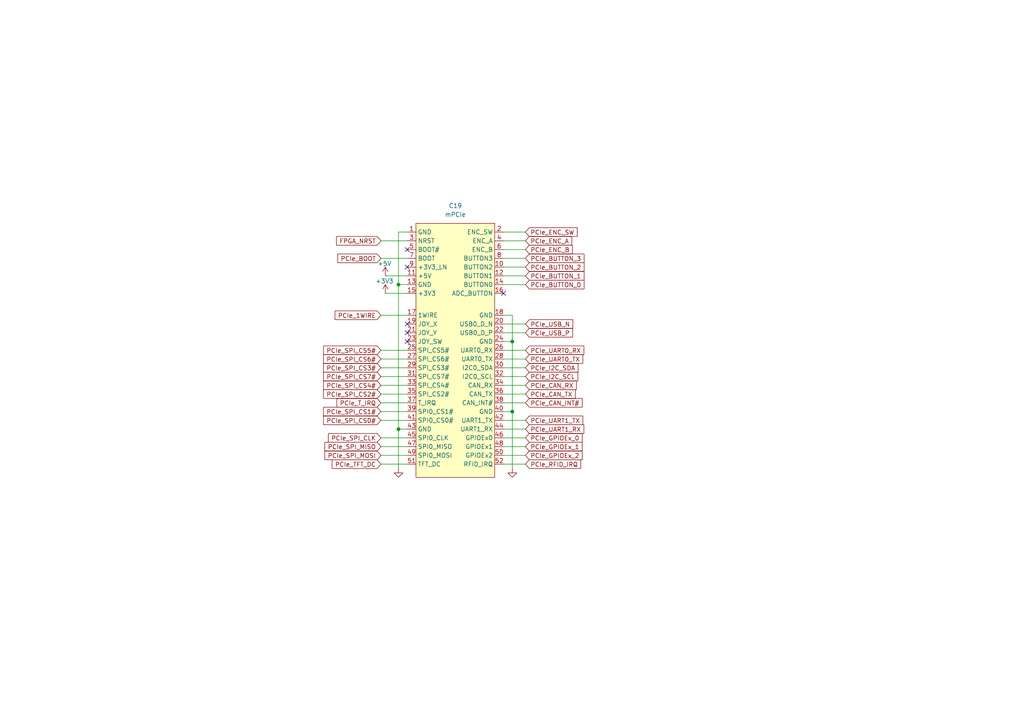
<source format=kicad_sch>
(kicad_sch (version 20231120) (generator "eeschema") (generator_version "8.0")
  (paper "A4")
  (lib_symbols
    (symbol "Connector:mPCIe"
      (property "Reference" "C?" (at 20.066 1.524 0))
      (property "Value" "mPCIe" (at 13.462 1.524 0))
      (symbol "mPCIe_0_1"
        (rectangle (start 0 0) (end 22.86 -73.66) (fill (type background)))
      )
      (symbol "mPCIe_1_1"
        (pin input line (at -2.54 -2.54 0) (length 2.54) (name "GND") (number "1"))
        (pin input line (at 25.4 -12.7 180) (length 2.54) (name "BUTTON2") (number "10"))
        (pin input line (at -2.54 -15.24 0) (length 2.54) (name "+5V") (number "11"))
        (pin input line (at 25.4 -15.24 180) (length 2.54) (name "BUTTON1") (number "12"))
        (pin input line (at -2.54 -17.78 0) (length 2.54) (name "GND") (number "13"))
        (pin input line (at 25.4 -17.78 180) (length 2.54) (name "BUTTON0") (number "14"))
        (pin input line (at -2.54 -20.32 0) (length 2.54) (name "+3V3") (number "15"))
        (pin input line (at 25.4 -20.32 180) (length 2.54) (name "ADC_BUTTON") (number "16"))
        (pin input line (at -2.54 -26.67 0) (length 2.54) (name "1WIRE") (number "17"))
        (pin input line (at 25.4 -26.67 180) (length 2.54) (name "GND") (number "18"))
        (pin input line (at -2.54 -29.21 0) (length 2.54) (name "JOY_X") (number "19"))
        (pin input line (at 25.4 -2.54 180) (length 2.54) (name "ENC_SW") (number "2"))
        (pin input line (at 25.4 -29.21 180) (length 2.54) (name "USB0_D_N") (number "20"))
        (pin input line (at -2.54 -31.75 0) (length 2.54) (name "JOY_Y") (number "21"))
        (pin input line (at 25.4 -31.75 180) (length 2.54) (name "USB0_D_P") (number "22"))
        (pin input line (at -2.54 -34.29 0) (length 2.54) (name "JOY_SW") (number "23"))
        (pin input line (at 25.4 -34.29 180) (length 2.54) (name "GND") (number "24"))
        (pin input line (at -2.54 -36.83 0) (length 2.54) (name "SPI_CS5#") (number "25"))
        (pin input line (at 25.4 -36.83 180) (length 2.54) (name "UART0_RX") (number "26"))
        (pin input line (at -2.54 -39.37 0) (length 2.54) (name "SPI_CS6#") (number "27"))
        (pin input line (at 25.4 -39.37 180) (length 2.54) (name "UART0_TX") (number "28"))
        (pin input line (at -2.54 -41.91 0) (length 2.54) (name "SPI_CS3#") (number "29"))
        (pin input line (at -2.54 -5.08 0) (length 2.54) (name "NRST") (number "3"))
        (pin input line (at 25.4 -41.91 180) (length 2.54) (name "I2C0_SDA") (number "30"))
        (pin input line (at -2.54 -44.45 0) (length 2.54) (name "SPI_CS7#") (number "31"))
        (pin input line (at 25.4 -44.45 180) (length 2.54) (name "I2C0_SCL") (number "32"))
        (pin input line (at -2.54 -46.99 0) (length 2.54) (name "SPI_CS4#") (number "33"))
        (pin input line (at 25.4 -46.99 180) (length 2.54) (name "CAN_RX") (number "34"))
        (pin input line (at -2.54 -49.53 0) (length 2.54) (name "SPI_CS2#") (number "35"))
        (pin input line (at 25.4 -49.53 180) (length 2.54) (name "CAN_TX") (number "36"))
        (pin input line (at -2.54 -52.07 0) (length 2.54) (name "T_IRQ") (number "37"))
        (pin input line (at 25.4 -52.07 180) (length 2.54) (name "CAN_INT#") (number "38"))
        (pin input line (at -2.54 -54.61 0) (length 2.54) (name "SPI0_CS1#") (number "39"))
        (pin input line (at 25.4 -5.08 180) (length 2.54) (name "ENC_A") (number "4"))
        (pin input line (at 25.4 -54.61 180) (length 2.54) (name "GND") (number "40"))
        (pin input line (at -2.54 -57.15 0) (length 2.54) (name "SPI0_CS0#") (number "41"))
        (pin input line (at 25.4 -57.15 180) (length 2.54) (name "UART1_TX") (number "42"))
        (pin input line (at -2.54 -59.69 0) (length 2.54) (name "GND") (number "43"))
        (pin input line (at 25.4 -59.69 180) (length 2.54) (name "UART1_RX") (number "44"))
        (pin input line (at -2.54 -62.23 0) (length 2.54) (name "SPI0_CLK") (number "45"))
        (pin input line (at 25.4 -62.23 180) (length 2.54) (name "GPIOEx0") (number "46"))
        (pin input line (at -2.54 -64.77 0) (length 2.54) (name "SPI0_MISO") (number "47"))
        (pin input line (at 25.4 -64.77 180) (length 2.54) (name "GPIOEx1") (number "48"))
        (pin input line (at -2.54 -67.31 0) (length 2.54) (name "SPI0_MOSI") (number "49"))
        (pin input line (at -2.54 -7.62 0) (length 2.54) (name "BOOT#") (number "5"))
        (pin input line (at 25.4 -67.31 180) (length 2.54) (name "GPIOEx2") (number "50"))
        (pin input line (at -2.54 -69.85 0) (length 2.54) (name "TFT_DC") (number "51"))
        (pin input line (at 25.4 -69.85 180) (length 2.54) (name "RFID_IRQ") (number "52"))
        (pin input line (at 25.4 -7.62 180) (length 2.54) (name "ENC_B") (number "6"))
        (pin input line (at -2.54 -10.16 0) (length 2.54) (name "BOOT") (number "7"))
        (pin input line (at 25.4 -10.16 180) (length 2.54) (name "BUTTON3") (number "8"))
        (pin input line (at -2.54 -12.7 0) (length 2.54) (name "+3V3_LN") (number "9"))
      )
    )
    (symbol "power:+3V3" (power) (pin_numbers hide) (pin_names (offset 0) hide)
      (property "Value" "+3V3" (at 0 3.556 0))
      (symbol "+3V3_0_1"
        (polyline (pts (xy -0.762 1.27) (xy 0 2.54)))
        (polyline (pts (xy 0 0) (xy 0 2.54)))
        (polyline (pts (xy 0 2.54) (xy 0.762 1.27)))
      )
      (symbol "+3V3_1_1"
        (pin power_in line (at 0 0 90) (length 0) (name "~") (number "1"))
      )
    )
    (symbol "power:GND" (power) (pin_numbers hide) (pin_names (offset 0) hide)
      (property "Value" "GND" (at 0 -3.81 0))
      (symbol "GND_0_1"
        (polyline (pts (xy 0 0) (xy 0 -1.27) (xy 1.27 -1.27) (xy 0 -2.54) (xy -1.27 -1.27) (xy 0 -1.27)))
      )
      (symbol "GND_1_1"
        (pin power_in line (at 0 0 270) (length 0) (name "~") (number "1"))
      )
    )
  )
  (junction (at 148.59 119.38))
  (junction (at 115.57 124.46))
  (junction (at 115.57 82.55))
  (junction (at 148.59 99.06))
  (no_connect (at 118.11 72.39))
  (no_connect (at 146.05 85.09))
  (no_connect (at 118.11 96.52))
  (no_connect (at 118.11 99.06))
  (no_connect (at 118.11 93.98))
  (no_connect (at 118.11 77.47))
  (wire (pts (xy 110.49 121.92) (xy 118.11 121.92)))
  (wire (pts (xy 110.49 129.54) (xy 118.11 129.54)))
  (wire (pts (xy 152.4 96.52) (xy 146.05 96.52)))
  (wire (pts (xy 152.4 80.01) (xy 146.05 80.01)))
  (wire (pts (xy 110.49 116.84) (xy 118.11 116.84)))
  (wire (pts (xy 148.59 119.38) (xy 146.05 119.38)))
  (wire (pts (xy 115.57 124.46) (xy 118.11 124.46)))
  (wire (pts (xy 152.4 106.68) (xy 146.05 106.68)))
  (wire (pts (xy 146.05 91.44) (xy 148.59 91.44)))
  (wire (pts (xy 148.59 99.06) (xy 148.59 119.38)))
  (wire (pts (xy 110.49 69.85) (xy 118.11 69.85)))
  (wire (pts (xy 152.4 116.84) (xy 146.05 116.84)))
  (wire (pts (xy 152.4 114.3) (xy 146.05 114.3)))
  (wire (pts (xy 115.57 82.55) (xy 115.57 67.31)))
  (wire (pts (xy 111.76 80.01) (xy 118.11 80.01)))
  (wire (pts (xy 118.11 82.55) (xy 115.57 82.55)))
  (wire (pts (xy 115.57 135.89) (xy 115.57 124.46)))
  (wire (pts (xy 146.05 99.06) (xy 148.59 99.06)))
  (wire (pts (xy 152.4 104.14) (xy 146.05 104.14)))
  (wire (pts (xy 110.49 119.38) (xy 118.11 119.38)))
  (wire (pts (xy 152.4 72.39) (xy 146.05 72.39)))
  (wire (pts (xy 152.4 134.62) (xy 146.05 134.62)))
  (wire (pts (xy 115.57 67.31) (xy 118.11 67.31)))
  (wire (pts (xy 152.4 111.76) (xy 146.05 111.76)))
  (wire (pts (xy 115.57 82.55) (xy 115.57 124.46)))
  (wire (pts (xy 152.4 127) (xy 146.05 127)))
  (wire (pts (xy 111.76 85.09) (xy 118.11 85.09)))
  (wire (pts (xy 152.4 74.93) (xy 146.05 74.93)))
  (wire (pts (xy 152.4 132.08) (xy 146.05 132.08)))
  (wire (pts (xy 110.49 134.62) (xy 118.11 134.62)))
  (wire (pts (xy 110.49 132.08) (xy 118.11 132.08)))
  (wire (pts (xy 146.05 124.46) (xy 152.4 124.46)))
  (wire (pts (xy 110.49 101.6) (xy 118.11 101.6)))
  (wire (pts (xy 152.4 77.47) (xy 146.05 77.47)))
  (wire (pts (xy 110.49 114.3) (xy 118.11 114.3)))
  (wire (pts (xy 146.05 101.6) (xy 152.4 101.6)))
  (wire (pts (xy 152.4 93.98) (xy 146.05 93.98)))
  (wire (pts (xy 110.49 127) (xy 118.11 127)))
  (wire (pts (xy 152.4 82.55) (xy 146.05 82.55)))
  (wire (pts (xy 152.4 121.92) (xy 146.05 121.92)))
  (wire (pts (xy 152.4 69.85) (xy 146.05 69.85)))
  (wire (pts (xy 148.59 135.89) (xy 148.59 119.38)))
  (wire (pts (xy 110.49 74.93) (xy 118.11 74.93)))
  (wire (pts (xy 152.4 109.22) (xy 146.05 109.22)))
  (wire (pts (xy 152.4 129.54) (xy 146.05 129.54)))
  (wire (pts (xy 110.49 91.44) (xy 118.11 91.44)))
  (wire (pts (xy 152.4 67.31) (xy 146.05 67.31)))
  (wire (pts (xy 110.49 109.22) (xy 118.11 109.22)))
  (wire (pts (xy 110.49 104.14) (xy 118.11 104.14)))
  (wire (pts (xy 110.49 111.76) (xy 118.11 111.76)))
  (wire (pts (xy 148.59 91.44) (xy 148.59 99.06)))
  (wire (pts (xy 110.49 106.68) (xy 118.11 106.68)))
  (global_label "PCIe_SPI_CS6#" (shape input) (at 110.49 104.14 180) (property "Intersheetrefs" "${INTERSHEET_REFS}" (effects (hide yes))))
  (global_label "PCIe_BOOT" (shape input) (at 110.49 74.93 180) (property "Intersheetrefs" "${INTERSHEET_REFS}" (effects (hide yes))))
  (global_label "PCIe_USB_N" (shape input) (at 152.4 93.98 0) (property "Intersheetrefs" "${INTERSHEET_REFS}" (effects (hide yes))))
  (global_label "PCIe_UART0_TX" (shape input) (at 152.4 104.14 0) (property "Intersheetrefs" "${INTERSHEET_REFS}" (effects (hide yes))))
  (global_label "PCIe_SPI_CS0#" (shape input) (at 110.49 121.92 180) (property "Intersheetrefs" "${INTERSHEET_REFS}" (effects (hide yes))))
  (global_label "PCIe_ENC_B" (shape input) (at 152.4 72.39 0) (property "Intersheetrefs" "${INTERSHEET_REFS}" (effects (hide yes))))
  (global_label "PCIe_BUTTON_0" (shape input) (at 152.4 82.55 0) (property "Intersheetrefs" "${INTERSHEET_REFS}" (effects (hide yes))))
  (global_label "PCIe_T_IRQ" (shape input) (at 110.49 116.84 180) (property "Intersheetrefs" "${INTERSHEET_REFS}" (effects (hide yes))))
  (global_label "PCIe_SPI_CS5#" (shape input) (at 110.49 101.6 180) (property "Intersheetrefs" "${INTERSHEET_REFS}" (effects (hide yes))))
  (global_label "PCIe_UART0_RX" (shape input) (at 152.4 101.6 0) (property "Intersheetrefs" "${INTERSHEET_REFS}" (effects (hide yes))))
  (global_label "PCIe_SPI_CS2#" (shape input) (at 110.49 114.3 180) (property "Intersheetrefs" "${INTERSHEET_REFS}" (effects (hide yes))))
  (global_label "PCIe_ENC_SW" (shape input) (at 152.4 67.31 0) (property "Intersheetrefs" "${INTERSHEET_REFS}" (effects (hide yes))))
  (global_label "PCIe_USB_P" (shape input) (at 152.4 96.52 0) (property "Intersheetrefs" "${INTERSHEET_REFS}" (effects (hide yes))))
  (global_label "PCIe_CAN_RX" (shape input) (at 152.4 111.76 0) (property "Intersheetrefs" "${INTERSHEET_REFS}" (effects (hide yes))))
  (global_label "PCIe_SPI_CLK" (shape input) (at 110.49 127 180) (property "Intersheetrefs" "${INTERSHEET_REFS}" (effects (hide yes))))
  (global_label "PCIe_CAN_TX" (shape input) (at 152.4 114.3 0) (property "Intersheetrefs" "${INTERSHEET_REFS}" (effects (hide yes))))
  (global_label "PCIe_UART1_RX" (shape input) (at 152.4 124.46 0) (property "Intersheetrefs" "${INTERSHEET_REFS}" (effects (hide yes))))
  (global_label "PCIe_SPI_CS7#" (shape input) (at 110.49 109.22 180) (property "Intersheetrefs" "${INTERSHEET_REFS}" (effects (hide yes))))
  (global_label "PCIe_I2C_SCL" (shape input) (at 152.4 109.22 0) (property "Intersheetrefs" "${INTERSHEET_REFS}" (effects (hide yes))))
  (global_label "PCIe_CAN_INT#" (shape input) (at 152.4 116.84 0) (property "Intersheetrefs" "${INTERSHEET_REFS}" (effects (hide yes))))
  (global_label "PCIe_ENC_A" (shape input) (at 152.4 69.85 0) (property "Intersheetrefs" "${INTERSHEET_REFS}" (effects (hide yes))))
  (global_label "PCIe_SPI_MISO" (shape input) (at 110.49 129.54 180) (property "Intersheetrefs" "${INTERSHEET_REFS}" (effects (hide yes))))
  (global_label "PCIe_I2C_SDA" (shape input) (at 152.4 106.68 0) (property "Intersheetrefs" "${INTERSHEET_REFS}" (effects (hide yes))))
  (global_label "PCIe_SPI_CS4#" (shape input) (at 110.49 111.76 180) (property "Intersheetrefs" "${INTERSHEET_REFS}" (effects (hide yes))))
  (global_label "PCIe_GPIOEx_1" (shape input) (at 152.4 129.54 0) (property "Intersheetrefs" "${INTERSHEET_REFS}" (effects (hide yes))))
  (global_label "PCIe_BUTTON_1" (shape input) (at 152.4 80.01 0) (property "Intersheetrefs" "${INTERSHEET_REFS}" (effects (hide yes))))
  (global_label "PCIe_GPIOEx_0" (shape input) (at 152.4 127 0) (property "Intersheetrefs" "${INTERSHEET_REFS}" (effects (hide yes))))
  (global_label "PCIe_UART1_TX" (shape input) (at 152.4 121.92 0) (property "Intersheetrefs" "${INTERSHEET_REFS}" (effects (hide yes))))
  (global_label "PCIe_TFT_DC" (shape input) (at 110.49 134.62 180) (property "Intersheetrefs" "${INTERSHEET_REFS}" (effects (hide yes))))
  (global_label "PCIe_SPI_CS1#" (shape input) (at 110.49 119.38 180) (property "Intersheetrefs" "${INTERSHEET_REFS}" (effects (hide yes))))
  (global_label "FPGA_NRST" (shape input) (at 110.49 69.85 180) (property "Intersheetrefs" "${INTERSHEET_REFS}" (effects (hide yes))))
  (global_label "PCIe_SPI_CS3#" (shape input) (at 110.49 106.68 180) (property "Intersheetrefs" "${INTERSHEET_REFS}" (effects (hide yes))))
  (global_label "PCIe_1WIRE" (shape input) (at 110.49 91.44 180) (property "Intersheetrefs" "${INTERSHEET_REFS}" (effects (hide yes))))
  (global_label "PCIe_RFID_IRQ" (shape input) (at 152.4 134.62 0) (property "Intersheetrefs" "${INTERSHEET_REFS}" (effects (hide yes))))
  (global_label "PCIe_SPI_MOSI" (shape input) (at 110.49 132.08 180) (property "Intersheetrefs" "${INTERSHEET_REFS}" (effects (hide yes))))
  (global_label "PCIe_BUTTON_2" (shape input) (at 152.4 77.47 0) (property "Intersheetrefs" "${INTERSHEET_REFS}" (effects (hide yes))))
  (global_label "PCIe_BUTTON_3" (shape input) (at 152.4 74.93 0) (property "Intersheetrefs" "${INTERSHEET_REFS}" (effects (hide yes))))
  (global_label "PCIe_GPIOEx_2" (shape input) (at 152.4 132.08 0) (property "Intersheetrefs" "${INTERSHEET_REFS}" (effects (hide yes))))
  (symbol (lib_id "Connector:mPCIe") (at 120.65 64.77 0) (unit 1)
    (property "Reference" "C19" (at 132.08 59.69 0))
    (property "Value" "mPCIe" (at 132.08 62.23 0))
    (property "Footprint" "mpcie:mpcie-full-card" (effects (hide yes)))
  )
  (symbol (lib_id "power:+3V3") (at 111.76 80.01 0) (unit 1)
    (property "Reference" "#PWR051" (effects (hide yes)))
    (property "Value" "+5V" (at 111.506 76.454 0))
    (property "Description" "Power symbol creates a global label with name \"+3V3\"" (effects (hide yes)))
  )
  (symbol (lib_id "power:+3V3") (at 111.76 85.09 0) (unit 1)
    (property "Reference" "#PWR052" (effects (hide yes)))
    (property "Value" "+3V3" (at 111.506 81.534 0))
    (property "Description" "Power symbol creates a global label with name \"+3V3\"" (effects (hide yes)))
  )
  (symbol (lib_id "power:GND") (at 115.57 135.89 0) (unit 1)
    (property "Reference" "#PWR053" (effects (hide yes)))
    (property "Value" "GND" (effects (hide yes)))
    (property "Description" "Power symbol creates a global label with name \"GND\" , ground" (effects (hide yes)))
  )
  (symbol (lib_id "power:GND") (at 148.59 135.89 0) (unit 1)
    (property "Reference" "#PWR054" (effects (hide yes)))
    (property "Value" "GND" (effects (hide yes)))
    (property "Description" "Power symbol creates a global label with name \"GND\" , ground" (effects (hide yes)))
  )
)
</source>
